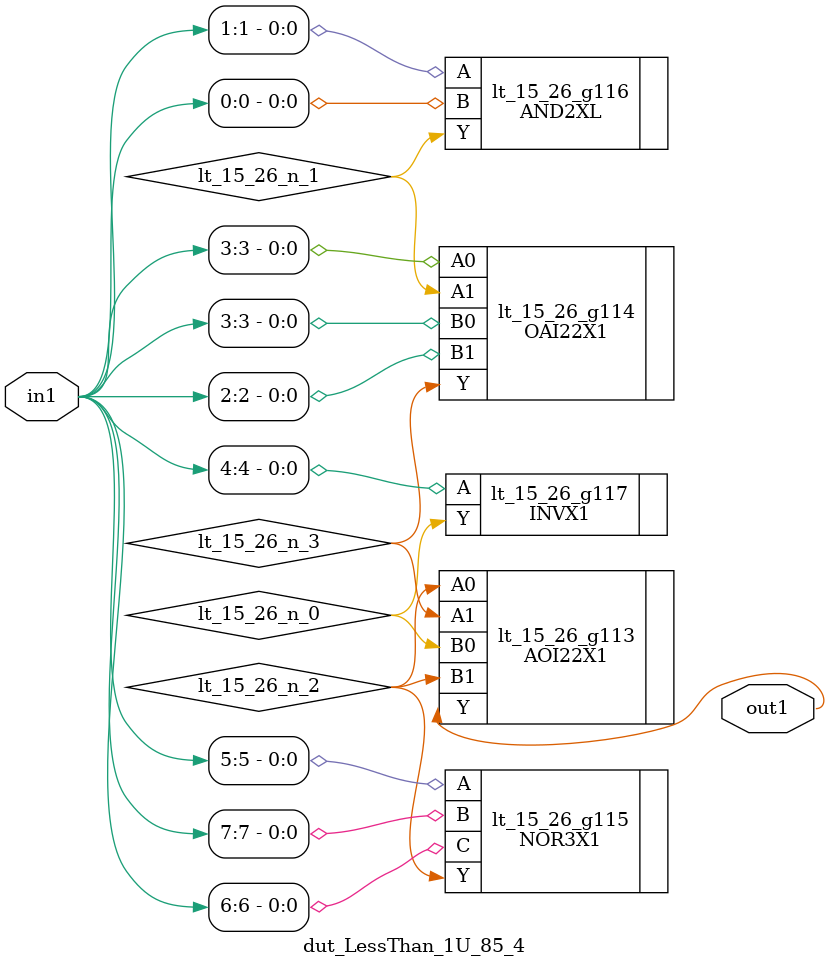
<source format=v>
`timescale 1ps / 1ps


module dut_LessThan_1U_85_4(in1, out1);
  input [7:0] in1;
  output out1;
  wire [7:0] in1;
  wire out1;
  wire lt_15_26_n_0, lt_15_26_n_1, lt_15_26_n_2, lt_15_26_n_3;
  AOI22X1 lt_15_26_g113(.A0 (lt_15_26_n_2), .A1 (lt_15_26_n_3), .B0
       (lt_15_26_n_0), .B1 (lt_15_26_n_2), .Y (out1));
  OAI22X1 lt_15_26_g114(.A0 (in1[3]), .A1 (lt_15_26_n_1), .B0 (in1[3]),
       .B1 (in1[2]), .Y (lt_15_26_n_3));
  NOR3X1 lt_15_26_g115(.A (in1[5]), .B (in1[7]), .C (in1[6]), .Y
       (lt_15_26_n_2));
  AND2XL lt_15_26_g116(.A (in1[1]), .B (in1[0]), .Y (lt_15_26_n_1));
  INVX1 lt_15_26_g117(.A (in1[4]), .Y (lt_15_26_n_0));
endmodule



</source>
